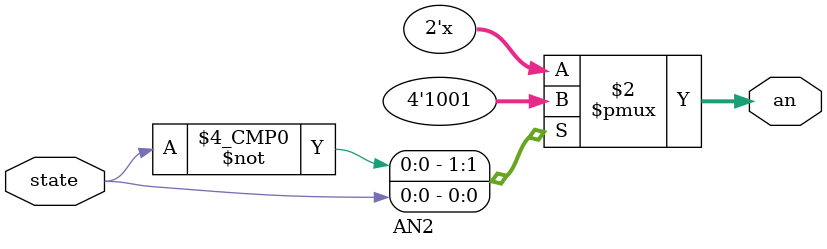
<source format=v>
module AN2(
    input state,
    output reg[1:0] an
);

always @(state)
case (state)
    1'b0: an = 2'b10;
    1'b1: an = 2'b01;
endcase

endmodule

</source>
